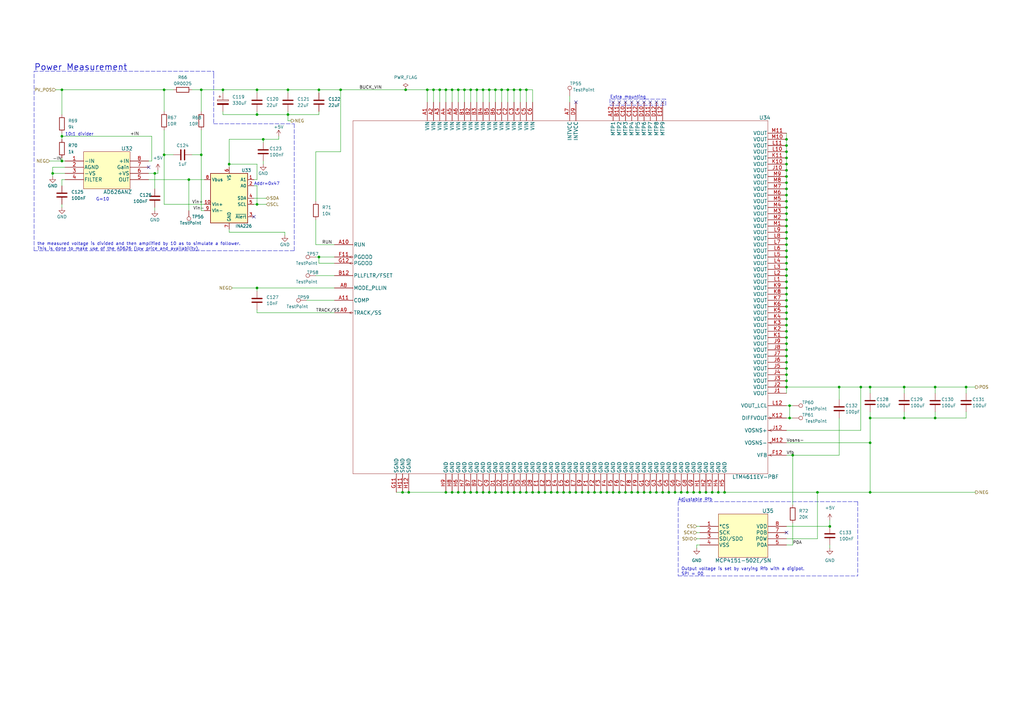
<source format=kicad_sch>
(kicad_sch (version 20211123) (generator eeschema)
  (paper "A3")
  (lib_symbols
    (symbol "AD626ANZ:AD626ANZ" (pin_names (offset 0.254))
      (property "Reference" "U?" (at 39.37 10.16 0))
      (property "Value" "AD626ANZ" (at 39.37 6.35 0))
      (symbol "AD626ANZ_1_1"
        (rectangle (start 29.21 3.81) (end 48.26 -11.43) (fill (type background)))
        (pin unspecified line (at 21.59 0 0) (length 7.62) (name "-IN") (number "1"))
        (pin unspecified line (at 21.59 -2.54 0) (length 7.62) (name "AGND") (number "2"))
        (pin power_in line (at 21.59 -5.08 0) (length 7.62) (name "-VS") (number "3"))
        (pin unspecified line (at 21.59 -7.62 0) (length 7.62) (name "FILTER") (number "4"))
        (pin unspecified line (at 55.88 -7.62 180) (length 7.62) (name "OUT") (number "5"))
        (pin power_in line (at 55.88 -5.08 180) (length 7.62) (name "+VS") (number "6"))
        (pin unspecified line (at 55.88 -2.54 180) (length 7.62) (name "Gain") (number "7"))
        (pin unspecified line (at 55.88 0 180) (length 7.62) (name "+IN") (number "8"))
      )
    )
    (symbol "Analog_ADC:INA226"
      (property "Reference" "U" (at -6.35 11.43 0))
      (property "Value" "INA226" (at 3.81 11.43 0))
      (symbol "INA226_0_1"
        (rectangle (start 7.62 10.16) (end -7.62 -10.16) (stroke (width 0.254)) (fill (type background)))
      )
      (symbol "INA226_1_1"
        (pin input line (at 10.16 7.62 180) (length 2.54) (name "A1") (number "1"))
        (pin input line (at -10.16 -2.54 0) (length 2.54) (name "Vin+") (number "10"))
        (pin input line (at 10.16 5.08 180) (length 2.54) (name "A0") (number "2"))
        (pin open_collector line (at 10.16 -7.62 180) (length 2.54) (name "~{Alert}") (number "3"))
        (pin bidirectional line (at 10.16 0 180) (length 2.54) (name "SDA") (number "4"))
        (pin input line (at 10.16 -2.54 180) (length 2.54) (name "SCL") (number "5"))
        (pin power_in line (at 0 12.7 270) (length 2.54) (name "VS") (number "6"))
        (pin power_in line (at 0 -12.7 90) (length 2.54) (name "GND") (number "7"))
        (pin input line (at -10.16 7.62 0) (length 2.54) (name "Vbus") (number "8"))
        (pin input line (at -10.16 -5.08 0) (length 2.54) (name "Vin-") (number "9"))
      )
    )
    (symbol "Connector:TestPoint" (pin_numbers hide) (pin_names (offset 0.762) hide)
      (property "Reference" "TP" (at 0 6.858 0))
      (property "Value" "TestPoint" (at 0 5.08 0))
      (symbol "TestPoint_0_1"
        (circle (center 0 3.302) (radius 0.762))
      )
      (symbol "TestPoint_1_1"
        (pin passive line (at 0 0 90) (length 2.54) (name "1") (number "1"))
      )
    )
    (symbol "Device:C" (pin_numbers hide) (pin_names (offset 0.254))
      (property "Reference" "C" (at 0.635 2.54 0))
      (property "Value" "C" (at 0.635 -2.54 0))
      (symbol "C_0_1"
        (polyline (pts (xy -2.032 -0.762) (xy 2.032 -0.762)) (stroke (width 0.508)))
        (polyline (pts (xy -2.032 0.762) (xy 2.032 0.762)) (stroke (width 0.508)))
      )
      (symbol "C_1_1"
        (pin passive line (at 0 3.81 270) (length 2.794) (name "~") (number "1"))
        (pin passive line (at 0 -3.81 90) (length 2.794) (name "~") (number "2"))
      )
    )
    (symbol "Device:C_Polarized" (pin_numbers hide) (pin_names (offset 0.254))
      (property "Reference" "C" (at 0.635 2.54 0))
      (property "Value" "C_Polarized" (at 0.635 -2.54 0))
      (symbol "C_Polarized_0_1"
        (rectangle (start -2.286 0.508) (end 2.286 1.016))
        (polyline (pts (xy -1.778 2.286) (xy -0.762 2.286)))
        (polyline (pts (xy -1.27 2.794) (xy -1.27 1.778)))
        (rectangle (start 2.286 -0.508) (end -2.286 -1.016) (fill (type outline)))
      )
      (symbol "C_Polarized_1_1"
        (pin passive line (at 0 3.81 270) (length 2.794) (name "~") (number "1"))
        (pin passive line (at 0 -3.81 90) (length 2.794) (name "~") (number "2"))
      )
    )
    (symbol "Device:R" (pin_numbers hide) (pin_names (offset 0))
      (property "Reference" "R" (at 2.032 0 90))
      (property "Value" "R" (at 0 0 90))
      (symbol "R_0_1"
        (rectangle (start -1.016 -2.54) (end 1.016 2.54) (stroke (width 0.254)))
      )
      (symbol "R_1_1"
        (pin passive line (at 0 3.81 270) (length 1.27) (name "~") (number "1"))
        (pin passive line (at 0 -3.81 90) (length 1.27) (name "~") (number "2"))
      )
    )
    (symbol "LTM4611EV:LTM4611EV-PBF" (pin_names (offset 0.254))
      (property "Reference" "U34" (at 176.53 52.07 0))
      (property "Value" "LTM4611EV-PBF" (at 172.72 -95.25 0))
      (symbol "LTM4611EV-PBF_1_1"
        (polyline (pts (xy 7.112 -28.448) (xy 6.0452 -27.94)) (stroke (width 0.127)))
        (polyline (pts (xy 7.112 -27.432) (xy 6.0452 -27.94)) (stroke (width 0.127)))
        (polyline (pts (xy 7.112 -8.128) (xy 6.0452 -7.62)) (stroke (width 0.127)))
        (polyline (pts (xy 7.112 -7.112) (xy 6.0452 -7.62)) (stroke (width 0.127)))
        (polyline (pts (xy 7.112 -5.588) (xy 6.0452 -5.08)) (stroke (width 0.127)))
        (polyline (pts (xy 7.112 -4.572) (xy 6.0452 -5.08)) (stroke (width 0.127)))
        (polyline (pts (xy 7.62 -93.98) (xy 177.8 -93.98)) (stroke (width 0.127)))
        (polyline (pts (xy 7.62 50.8) (xy 7.62 -93.98)) (stroke (width 0.127)))
        (polyline (pts (xy 177.8 -93.98) (xy 177.8 50.8)) (stroke (width 0.127)))
        (polyline (pts (xy 177.8 50.8) (xy 7.62 50.8)) (stroke (width 0.127)))
        (polyline (pts (xy 178.308 -86.36) (xy 179.3748 -86.868)) (stroke (width 0.127)))
        (polyline (pts (xy 178.308 -86.36) (xy 179.3748 -85.852)) (stroke (width 0.127)))
        (polyline (pts (xy 178.308 -81.28) (xy 179.3748 -81.788)) (stroke (width 0.127)))
        (polyline (pts (xy 178.308 -81.28) (xy 179.3748 -80.772)) (stroke (width 0.127)))
        (polyline (pts (xy 178.308 -76.2) (xy 179.3748 -76.708)) (stroke (width 0.127)))
        (polyline (pts (xy 178.308 -76.2) (xy 179.3748 -75.692)) (stroke (width 0.127)))
        (polyline (pts (xy 178.308 -71.628) (xy 179.3748 -71.12)) (stroke (width 0.127)))
        (polyline (pts (xy 178.308 -70.612) (xy 179.3748 -71.12)) (stroke (width 0.127)))
        (pin power_in line (at 38.1 58.42 270) (length 7.62) (name "VIN") (number "A1"))
        (pin unspecified line (at 0 0 0) (length 7.62) (name "RUN") (number "A10"))
        (pin unspecified line (at 0 -22.86 0) (length 7.62) (name "COMP") (number "A11"))
        (pin unspecified line (at 114.3 58.42 270) (length 7.62) (name "MTP1") (number "A12"))
        (pin power_in line (at 40.64 58.42 270) (length 7.62) (name "VIN") (number "A2"))
        (pin power_in line (at 43.18 58.42 270) (length 7.62) (name "VIN") (number "A3"))
        (pin power_in line (at 45.72 58.42 270) (length 7.62) (name "VIN") (number "A4"))
        (pin power_in line (at 48.26 58.42 270) (length 7.62) (name "VIN") (number "A5"))
        (pin power_in line (at 50.8 58.42 270) (length 7.62) (name "VIN") (number "A6"))
        (pin passive line (at 96.52 58.42 270) (length 7.62) (name "INTVCC") (number "A7"))
        (pin unspecified line (at 0 -17.78 0) (length 7.62) (name "MODE_PLLIN") (number "A8"))
        (pin output line (at 0 -27.94 0) (length 7.62) (name "TRACK/SS") (number "A9"))
        (pin power_in line (at 53.34 58.42 270) (length 7.62) (name "VIN") (number "B1"))
        (pin unspecified line (at 116.84 58.42 270) (length 7.62) (name "MTP2") (number "B11"))
        (pin unspecified line (at 0 -12.7 0) (length 7.62) (name "PLLFLTR/FSET") (number "B12"))
        (pin power_in line (at 55.88 58.42 270) (length 7.62) (name "VIN") (number "B2"))
        (pin power_in line (at 58.42 58.42 270) (length 7.62) (name "VIN") (number "B3"))
        (pin power_in line (at 60.96 58.42 270) (length 7.62) (name "VIN") (number "B4"))
        (pin power_in line (at 63.5 58.42 270) (length 7.62) (name "VIN") (number "B5"))
        (pin power_in line (at 66.04 58.42 270) (length 7.62) (name "VIN") (number "B6"))
        (pin power_in line (at 55.88 -101.6 90) (length 7.62) (name "GND") (number "B7"))
        (pin power_in line (at 58.42 -101.6 90) (length 7.62) (name "GND") (number "B9"))
        (pin power_in line (at 68.58 58.42 270) (length 7.62) (name "VIN") (number "C1"))
        (pin unspecified line (at 119.38 58.42 270) (length 7.62) (name "MTP3") (number "C10"))
        (pin unspecified line (at 121.92 58.42 270) (length 7.62) (name "MTP4") (number "C11"))
        (pin unspecified line (at 124.46 58.42 270) (length 7.62) (name "MTP5") (number "C12"))
        (pin power_in line (at 71.12 58.42 270) (length 7.62) (name "VIN") (number "C2"))
        (pin power_in line (at 73.66 58.42 270) (length 7.62) (name "VIN") (number "C3"))
        (pin power_in line (at 76.2 58.42 270) (length 7.62) (name "VIN") (number "C4"))
        (pin power_in line (at 78.74 58.42 270) (length 7.62) (name "VIN") (number "C5"))
        (pin power_in line (at 81.28 58.42 270) (length 7.62) (name "VIN") (number "C6"))
        (pin power_in line (at 60.96 -101.6 90) (length 7.62) (name "GND") (number "C7"))
        (pin power_in line (at 63.5 -101.6 90) (length 7.62) (name "GND") (number "C9"))
        (pin power_in line (at 66.04 -101.6 90) (length 7.62) (name "GND") (number "D1"))
        (pin unspecified line (at 127 58.42 270) (length 7.62) (name "MTP6") (number "D10"))
        (pin unspecified line (at 129.54 58.42 270) (length 7.62) (name "MTP7") (number "D11"))
        (pin unspecified line (at 132.08 58.42 270) (length 7.62) (name "MTP8") (number "D12"))
        (pin power_in line (at 68.58 -101.6 90) (length 7.62) (name "GND") (number "D2"))
        (pin power_in line (at 71.12 -101.6 90) (length 7.62) (name "GND") (number "D3"))
        (pin power_in line (at 73.66 -101.6 90) (length 7.62) (name "GND") (number "D4"))
        (pin power_in line (at 76.2 -101.6 90) (length 7.62) (name "GND") (number "D5"))
        (pin power_in line (at 78.74 -101.6 90) (length 7.62) (name "GND") (number "D6"))
        (pin power_in line (at 81.28 -101.6 90) (length 7.62) (name "GND") (number "D8"))
        (pin passive line (at 99.06 58.42 270) (length 7.62) (name "INTVCC") (number "D9"))
        (pin power_in line (at 83.82 -101.6 90) (length 7.62) (name "GND") (number "E1"))
        (pin unspecified line (at 134.62 58.42 270) (length 7.62) (name "MTP9") (number "E12"))
        (pin power_in line (at 86.36 -101.6 90) (length 7.62) (name "GND") (number "E2"))
        (pin power_in line (at 88.9 -101.6 90) (length 7.62) (name "GND") (number "E3"))
        (pin power_in line (at 91.44 -101.6 90) (length 7.62) (name "GND") (number "E4"))
        (pin power_in line (at 93.98 -101.6 90) (length 7.62) (name "GND") (number "E5"))
        (pin power_in line (at 96.52 -101.6 90) (length 7.62) (name "GND") (number "E6"))
        (pin power_in line (at 99.06 -101.6 90) (length 7.62) (name "GND") (number "E7"))
        (pin power_in line (at 101.6 -101.6 90) (length 7.62) (name "GND") (number "E9"))
        (pin power_in line (at 104.14 -101.6 90) (length 7.62) (name "GND") (number "F1"))
        (pin passive line (at 0 -5.08 0) (length 7.62) (name "PGOOD") (number "F11"))
        (pin input line (at 185.42 -86.36 180) (length 7.62) (name "VFB") (number "F12"))
        (pin power_in line (at 106.68 -101.6 90) (length 7.62) (name "GND") (number "F2"))
        (pin power_in line (at 109.22 -101.6 90) (length 7.62) (name "GND") (number "F3"))
        (pin power_in line (at 111.76 -101.6 90) (length 7.62) (name "GND") (number "F4"))
        (pin power_in line (at 114.3 -101.6 90) (length 7.62) (name "GND") (number "F5"))
        (pin power_in line (at 116.84 -101.6 90) (length 7.62) (name "GND") (number "F6"))
        (pin power_in line (at 119.38 -101.6 90) (length 7.62) (name "GND") (number "F7"))
        (pin power_in line (at 121.92 -101.6 90) (length 7.62) (name "GND") (number "F8"))
        (pin power_in line (at 124.46 -101.6 90) (length 7.62) (name "GND") (number "F9"))
        (pin power_in line (at 127 -101.6 90) (length 7.62) (name "GND") (number "G1"))
        (pin power_in line (at 25.4 -101.6 90) (length 7.62) (name "SGND") (number "G11"))
        (pin passive line (at 0 -7.62 0) (length 7.62) (name "PGOOD") (number "G12"))
        (pin power_in line (at 129.54 -101.6 90) (length 7.62) (name "GND") (number "G2"))
        (pin power_in line (at 132.08 -101.6 90) (length 7.62) (name "GND") (number "G3"))
        (pin power_in line (at 134.62 -101.6 90) (length 7.62) (name "GND") (number "G4"))
        (pin power_in line (at 137.16 -101.6 90) (length 7.62) (name "GND") (number "G5"))
        (pin power_in line (at 139.7 -101.6 90) (length 7.62) (name "GND") (number "G6"))
        (pin power_in line (at 142.24 -101.6 90) (length 7.62) (name "GND") (number "G7"))
        (pin power_in line (at 144.78 -101.6 90) (length 7.62) (name "GND") (number "G8"))
        (pin power_in line (at 147.32 -101.6 90) (length 7.62) (name "GND") (number "G9"))
        (pin power_in line (at 149.86 -101.6 90) (length 7.62) (name "GND") (number "H1"))
        (pin power_in line (at 27.94 -101.6 90) (length 7.62) (name "SGND") (number "H11"))
        (pin power_in line (at 30.48 -101.6 90) (length 7.62) (name "SGND") (number "H12"))
        (pin power_in line (at 152.4 -101.6 90) (length 7.62) (name "GND") (number "H2"))
        (pin power_in line (at 154.94 -101.6 90) (length 7.62) (name "GND") (number "H3"))
        (pin power_in line (at 157.48 -101.6 90) (length 7.62) (name "GND") (number "H4"))
        (pin power_in line (at 160.02 -101.6 90) (length 7.62) (name "GND") (number "H5"))
        (pin power_in line (at 50.8 -101.6 90) (length 7.62) (name "GND") (number "H6"))
        (pin power_in line (at 53.34 -101.6 90) (length 7.62) (name "GND") (number "H7"))
        (pin power_in line (at 48.26 -101.6 90) (length 7.62) (name "GND") (number "H8"))
        (pin power_in line (at 45.72 -101.6 90) (length 7.62) (name "GND") (number "H9"))
        (pin power_in line (at 185.42 -60.96 180) (length 7.62) (name "VOUT") (number "J1"))
        (pin power_in line (at 185.42 30.48 180) (length 7.62) (name "VOUT") (number "J10"))
        (pin input line (at 185.42 -76.2 180) (length 7.62) (name "VOSNS+") (number "J12"))
        (pin power_in line (at 185.42 -58.42 180) (length 7.62) (name "VOUT") (number "J2"))
        (pin power_in line (at 185.42 -55.88 180) (length 7.62) (name "VOUT") (number "J3"))
        (pin power_in line (at 185.42 -53.34 180) (length 7.62) (name "VOUT") (number "J4"))
        (pin power_in line (at 185.42 -50.8 180) (length 7.62) (name "VOUT") (number "J5"))
        (pin power_in line (at 185.42 -48.26 180) (length 7.62) (name "VOUT") (number "J6"))
        (pin power_in line (at 185.42 -45.72 180) (length 7.62) (name "VOUT") (number "J7"))
        (pin power_in line (at 185.42 -43.18 180) (length 7.62) (name "VOUT") (number "J8"))
        (pin power_in line (at 185.42 -40.64 180) (length 7.62) (name "VOUT") (number "J9"))
        (pin power_in line (at 185.42 -38.1 180) (length 7.62) (name "VOUT") (number "K1"))
        (pin power_in line (at 185.42 33.02 180) (length 7.62) (name "VOUT") (number "K10"))
        (pin power_in line (at 185.42 35.56 180) (length 7.62) (name "VOUT") (number "K11"))
        (pin output line (at 185.42 -71.12 180) (length 7.62) (name "DIFFVOUT") (number "K12"))
        (pin power_in line (at 185.42 -35.56 180) (length 7.62) (name "VOUT") (number "K2"))
        (pin power_in line (at 185.42 -33.02 180) (length 7.62) (name "VOUT") (number "K3"))
        (pin power_in line (at 185.42 -30.48 180) (length 7.62) (name "VOUT") (number "K4"))
        (pin power_in line (at 185.42 -27.94 180) (length 7.62) (name "VOUT") (number "K5"))
        (pin power_in line (at 185.42 -25.4 180) (length 7.62) (name "VOUT") (number "K6"))
        (pin power_in line (at 185.42 -22.86 180) (length 7.62) (name "VOUT") (number "K7"))
        (pin power_in line (at 185.42 -20.32 180) (length 7.62) (name "VOUT") (number "K8"))
        (pin power_in line (at 185.42 -17.78 180) (length 7.62) (name "VOUT") (number "K9"))
        (pin power_in line (at 185.42 -15.24 180) (length 7.62) (name "VOUT") (number "L1"))
        (pin power_in line (at 185.42 38.1 180) (length 7.62) (name "VOUT") (number "L10"))
        (pin power_in line (at 185.42 40.64 180) (length 7.62) (name "VOUT") (number "L11"))
        (pin input line (at 185.42 -66.04 180) (length 7.62) (name "VOUT_LCL") (number "L12"))
        (pin power_in line (at 185.42 -12.7 180) (length 7.62) (name "VOUT") (number "L2"))
        (pin power_in line (at 185.42 -10.16 180) (length 7.62) (name "VOUT") (number "L3"))
        (pin power_in line (at 185.42 -7.62 180) (length 7.62) (name "VOUT") (number "L4"))
        (pin power_in line (at 185.42 -5.08 180) (length 7.62) (name "VOUT") (number "L5"))
        (pin power_in line (at 185.42 -2.54 180) (length 7.62) (name "VOUT") (number "L6"))
        (pin power_in line (at 185.42 0 180) (length 7.62) (name "VOUT") (number "L7"))
        (pin power_in line (at 185.42 2.54 180) (length 7.62) (name "VOUT") (number "L8"))
        (pin power_in line (at 185.42 5.08 180) (length 7.62) (name "VOUT") (number "L9"))
        (pin power_in line (at 185.42 7.62 180) (length 7.62) (name "VOUT") (number "M1"))
        (pin power_in line (at 185.42 43.18 180) (length 7.62) (name "VOUT") (number "M10"))
        (pin power_in line (at 185.42 45.72 180) (length 7.62) (name "VOUT") (number "M11"))
        (pin input line (at 185.42 -81.28 180) (length 7.62) (name "VOSNS-") (number "M12"))
        (pin power_in line (at 185.42 10.16 180) (length 7.62) (name "VOUT") (number "M2"))
        (pin power_in line (at 185.42 12.7 180) (length 7.62) (name "VOUT") (number "M3"))
        (pin power_in line (at 185.42 15.24 180) (length 7.62) (name "VOUT") (number "M4"))
        (pin power_in line (at 185.42 17.78 180) (length 7.62) (name "VOUT") (number "M5"))
        (pin power_in line (at 185.42 20.32 180) (length 7.62) (name "VOUT") (number "M6"))
        (pin power_in line (at 185.42 22.86 180) (length 7.62) (name "VOUT") (number "M7"))
        (pin power_in line (at 185.42 25.4 180) (length 7.62) (name "VOUT") (number "M8"))
        (pin power_in line (at 185.42 27.94 180) (length 7.62) (name "VOUT") (number "M9"))
      )
    )
    (symbol "MCP4151:MCP4151-502E{slash}SN" (pin_names (offset 0.254))
      (property "Reference" "U7" (at 58.42 6.35 0))
      (property "Value" "MCP4151-502E/SN" (at 48.26 -13.97 0))
      (symbol "MCP4151-502E{slash}SN_0_1"
        (rectangle (start 38.1 5.08) (end 58.42 -12.7) (fill (type background)))
      )
      (symbol "MCP4151-502E{slash}SN_1_1"
        (pin input line (at 30.48 0 0) (length 7.62) (name "*CS") (number "1"))
        (pin input line (at 30.48 -2.54 0) (length 7.62) (name "SCK") (number "2"))
        (pin bidirectional line (at 30.48 -5.08 0) (length 7.62) (name "SDI/SDO") (number "3"))
        (pin power_in line (at 30.48 -7.62 0) (length 7.62) (name "VSS") (number "4"))
        (pin passive line (at 66.04 -7.62 180) (length 7.62) (name "P0A") (number "5"))
        (pin passive line (at 66.04 -5.08 180) (length 7.62) (name "P0W") (number "6"))
        (pin passive line (at 66.04 -2.54 180) (length 7.62) (name "P0B") (number "7"))
        (pin power_in line (at 66.04 0 180) (length 7.62) (name "VDD") (number "8"))
      )
    )
    (symbol "power:+5V" (power) (pin_names (offset 0))
      (property "Value" "+5V" (at 0 3.556 0))
      (symbol "+5V_0_1"
        (polyline (pts (xy -0.762 1.27) (xy 0 2.54)))
        (polyline (pts (xy 0 0) (xy 0 2.54)))
        (polyline (pts (xy 0 2.54) (xy 0.762 1.27)))
      )
      (symbol "+5V_1_1"
        (pin power_in line (at 0 0 90) (length 0) hide (name "+5V") (number "1"))
      )
    )
    (symbol "power:GND" (power) (pin_names (offset 0))
      (property "Value" "GND" (at 0 -3.81 0))
      (symbol "GND_0_1"
        (polyline (pts (xy 0 0) (xy 0 -1.27) (xy 1.27 -1.27) (xy 0 -2.54) (xy -1.27 -1.27) (xy 0 -1.27)))
      )
      (symbol "GND_1_1"
        (pin power_in line (at 0 0 270) (length 0) hide (name "GND") (number "1"))
      )
    )
    (symbol "power:PWR_FLAG" (power) (pin_numbers hide) (pin_names (offset 0) hide)
      (property "Value" "PWR_FLAG" (at 0 3.81 0))
      (symbol "PWR_FLAG_0_0"
        (pin power_out line (at 0 0 90) (length 0) (name "pwr") (number "1"))
      )
      (symbol "PWR_FLAG_0_1"
        (polyline (pts (xy 0 0) (xy 0 1.27) (xy -1.016 1.905) (xy 0 2.54) (xy 1.016 1.905) (xy 0 1.27)))
      )
    )
  )
  (junction (at 274.32 201.93))
  (junction (at 322.58 118.11))
  (junction (at 93.98 67.31))
  (junction (at 198.12 36.83))
  (junction (at 205.74 201.93))
  (junction (at 105.41 83.82))
  (junction (at 180.34 36.83))
  (junction (at 322.58 140.97))
  (junction (at 228.6 201.93))
  (junction (at 107.95 57.15))
  (junction (at 223.52 201.93))
  (junction (at 256.54 201.93))
  (junction (at 322.58 133.35))
  (junction (at 322.58 115.57))
  (junction (at 220.98 201.93))
  (junction (at 322.58 85.09))
  (junction (at 322.58 156.21))
  (junction (at 269.24 201.93))
  (junction (at 248.92 201.93))
  (junction (at 297.18 201.93))
  (junction (at 177.8 36.83))
  (junction (at 322.58 158.75))
  (junction (at 356.87 171.45))
  (junction (at 200.66 36.83))
  (junction (at 322.58 62.23))
  (junction (at 279.4 201.93))
  (junction (at 187.96 201.93))
  (junction (at 190.5 36.83))
  (junction (at 325.12 186.69))
  (junction (at 322.58 90.17))
  (junction (at 193.04 201.93))
  (junction (at 185.42 36.83))
  (junction (at 261.62 201.93))
  (junction (at 322.58 82.55))
  (junction (at 322.58 92.71))
  (junction (at 25.4 36.83))
  (junction (at 246.38 201.93))
  (junction (at 130.81 105.41))
  (junction (at 210.82 36.83))
  (junction (at 383.54 158.75))
  (junction (at 322.58 153.67))
  (junction (at 322.58 120.65))
  (junction (at 266.7 201.93))
  (junction (at 322.58 138.43))
  (junction (at 105.41 46.99))
  (junction (at 195.58 36.83))
  (junction (at 175.26 36.83))
  (junction (at 203.2 201.93))
  (junction (at 67.31 36.83))
  (junction (at 182.88 36.83))
  (junction (at 215.9 201.93))
  (junction (at 322.58 130.81))
  (junction (at 193.04 36.83))
  (junction (at 284.48 201.93))
  (junction (at 203.2 36.83))
  (junction (at 287.02 201.93))
  (junction (at 322.58 105.41))
  (junction (at 322.58 80.01))
  (junction (at 322.58 72.39))
  (junction (at 281.94 201.93))
  (junction (at 292.1 201.93))
  (junction (at 254 201.93))
  (junction (at 322.58 74.93))
  (junction (at 276.86 201.93))
  (junction (at 105.41 118.11))
  (junction (at 82.55 63.5))
  (junction (at 198.12 201.93))
  (junction (at 205.74 36.83))
  (junction (at 243.84 201.93))
  (junction (at 322.58 151.13))
  (junction (at 67.31 63.5))
  (junction (at 322.58 110.49))
  (junction (at 185.42 201.93))
  (junction (at 166.37 36.83))
  (junction (at 210.82 201.93))
  (junction (at 322.58 97.79))
  (junction (at 322.58 64.77))
  (junction (at 383.54 171.45))
  (junction (at 82.55 36.83))
  (junction (at 139.7 36.83))
  (junction (at 165.1 201.93))
  (junction (at 190.5 201.93))
  (junction (at 271.78 201.93))
  (junction (at 335.28 201.93))
  (junction (at 322.58 57.15))
  (junction (at 118.11 36.83))
  (junction (at 322.58 100.33))
  (junction (at 105.41 36.83))
  (junction (at 322.58 69.85))
  (junction (at 344.17 158.75))
  (junction (at 187.96 36.83))
  (junction (at 251.46 201.93))
  (junction (at 213.36 201.93))
  (junction (at 370.84 171.45))
  (junction (at 167.64 201.93))
  (junction (at 396.24 158.75))
  (junction (at 356.87 181.61))
  (junction (at 323.85 171.45))
  (junction (at 200.66 201.93))
  (junction (at 91.44 36.83))
  (junction (at 25.4 66.04))
  (junction (at 322.58 59.69))
  (junction (at 215.9 36.83))
  (junction (at 353.06 158.75))
  (junction (at 356.87 201.93))
  (junction (at 289.56 201.93))
  (junction (at 370.84 158.75))
  (junction (at 208.28 201.93))
  (junction (at 322.58 67.31))
  (junction (at 231.14 201.93))
  (junction (at 322.58 125.73))
  (junction (at 322.58 123.19))
  (junction (at 233.68 201.93))
  (junction (at 322.58 128.27))
  (junction (at 322.58 146.05))
  (junction (at 63.5 71.12))
  (junction (at 241.3 201.93))
  (junction (at 238.76 201.93))
  (junction (at 218.44 201.93))
  (junction (at 322.58 107.95))
  (junction (at 118.11 46.99))
  (junction (at 213.36 36.83))
  (junction (at 236.22 201.93))
  (junction (at 322.58 102.87))
  (junction (at 77.47 73.66))
  (junction (at 21.59 71.12))
  (junction (at 322.58 87.63))
  (junction (at 264.16 201.93))
  (junction (at 322.58 77.47))
  (junction (at 294.64 201.93))
  (junction (at 195.58 201.93))
  (junction (at 322.58 113.03))
  (junction (at 259.08 201.93))
  (junction (at 356.87 158.75))
  (junction (at 182.88 201.93))
  (junction (at 226.06 201.93))
  (junction (at 340.36 215.9))
  (junction (at 323.85 166.37))
  (junction (at 130.81 36.83))
  (junction (at 208.28 36.83))
  (junction (at 322.58 143.51))
  (junction (at 322.58 135.89))
  (junction (at 322.58 95.25))
  (junction (at 25.4 55.88))
  (junction (at 322.58 148.59))
  (no_connect (at 251.46 41.91))
  (no_connect (at 259.08 41.91))
  (no_connect (at 266.7 41.91))
  (no_connect (at 236.22 41.91))
  (no_connect (at 261.62 41.91))
  (no_connect (at 254 41.91))
  (no_connect (at 269.24 41.91))
  (no_connect (at 271.78 41.91))
  (no_connect (at 60.96 68.58))
  (no_connect (at 256.54 41.91))
  (no_connect (at 322.58 218.44))
  (no_connect (at 104.14 88.9))
  (no_connect (at 264.16 41.91))
  (wire (pts (xy 322.58 146.05) (xy 322.58 148.59)))
  (wire (pts (xy 104.14 81.28) (xy 109.22 81.28)))
  (wire (pts (xy 25.4 55.88) (xy 62.23 55.88)))
  (wire (pts (xy 118.11 45.72) (xy 118.11 46.99)))
  (wire (pts (xy 322.58 92.71) (xy 322.58 90.17)))
  (wire (pts (xy 105.41 76.2) (xy 105.41 83.82)))
  (wire (pts (xy 210.82 36.83) (xy 213.36 36.83)))
  (wire (pts (xy 322.58 166.37) (xy 323.85 166.37)))
  (wire (pts (xy 187.96 36.83) (xy 187.96 41.91)))
  (wire (pts (xy 322.58 80.01) (xy 322.58 82.55)))
  (wire (pts (xy 322.58 105.41) (xy 322.58 107.95)))
  (wire (pts (xy 264.16 201.93) (xy 266.7 201.93)))
  (wire (pts (xy 182.88 36.83) (xy 182.88 41.91)))
  (wire (pts (xy 208.28 36.83) (xy 208.28 41.91)))
  (wire (pts (xy 289.56 201.93) (xy 292.1 201.93)))
  (wire (pts (xy 139.7 36.83) (xy 166.37 36.83)))
  (wire (pts (xy 356.87 181.61) (xy 356.87 201.93)))
  (wire (pts (xy 322.58 128.27) (xy 322.58 130.81)))
  (wire (pts (xy 370.84 158.75) (xy 370.84 161.29)))
  (wire (pts (xy 228.6 201.93) (xy 231.14 201.93)))
  (wire (pts (xy 137.16 107.95) (xy 130.81 107.95)))
  (wire (pts (xy 396.24 168.91) (xy 396.24 171.45)))
  (wire (pts (xy 284.48 201.93) (xy 281.94 201.93)))
  (wire (pts (xy 322.58 85.09) (xy 322.58 87.63)))
  (wire (pts (xy 322.58 138.43) (xy 322.58 140.97)))
  (wire (pts (xy 180.34 36.83) (xy 182.88 36.83)))
  (wire (pts (xy 167.64 201.93) (xy 182.88 201.93)))
  (wire (pts (xy 82.55 86.36) (xy 83.82 86.36)))
  (wire (pts (xy 105.41 128.27) (xy 105.41 127)))
  (wire (pts (xy 125.73 123.19) (xy 137.16 123.19)))
  (wire (pts (xy 325.12 186.69) (xy 325.12 207.01)))
  (wire (pts (xy 292.1 201.93) (xy 294.64 201.93)))
  (wire (pts (xy 107.95 66.04) (xy 107.95 67.31)))
  (wire (pts (xy 271.78 201.93) (xy 269.24 201.93)))
  (polyline (pts (xy 87.63 50.8) (xy 120.65 50.8)))
  (wire (pts (xy 322.58 215.9) (xy 340.36 215.9)))
  (wire (pts (xy 78.74 63.5) (xy 82.55 63.5)))
  (wire (pts (xy 287.02 201.93) (xy 284.48 201.93)))
  (wire (pts (xy 353.06 176.53) (xy 353.06 158.75)))
  (wire (pts (xy 205.74 201.93) (xy 208.28 201.93)))
  (wire (pts (xy 93.98 95.25) (xy 93.98 93.98)))
  (wire (pts (xy 233.68 201.93) (xy 236.22 201.93)))
  (wire (pts (xy 105.41 118.11) (xy 137.16 118.11)))
  (wire (pts (xy 344.17 171.45) (xy 344.17 186.69)))
  (wire (pts (xy 185.42 36.83) (xy 187.96 36.83)))
  (wire (pts (xy 21.59 68.58) (xy 21.59 71.12)))
  (wire (pts (xy 105.41 73.66) (xy 105.41 67.31)))
  (wire (pts (xy 322.58 151.13) (xy 322.58 153.67)))
  (wire (pts (xy 78.74 36.83) (xy 82.55 36.83)))
  (wire (pts (xy 396.24 158.75) (xy 396.24 161.29)))
  (wire (pts (xy 129.54 90.17) (xy 129.54 100.33)))
  (polyline (pts (xy 120.65 50.8) (xy 120.65 102.87)))
  (wire (pts (xy 322.58 95.25) (xy 322.58 97.79)))
  (wire (pts (xy 105.41 45.72) (xy 105.41 46.99)))
  (wire (pts (xy 118.11 49.53) (xy 119.38 49.53)))
  (wire (pts (xy 82.55 36.83) (xy 91.44 36.83)))
  (wire (pts (xy 266.7 201.93) (xy 269.24 201.93)))
  (polyline (pts (xy 250.19 43.18) (xy 273.05 43.18)))
  (wire (pts (xy 256.54 201.93) (xy 259.08 201.93)))
  (wire (pts (xy 107.95 57.15) (xy 114.3 57.15)))
  (wire (pts (xy 248.92 201.93) (xy 251.46 201.93)))
  (wire (pts (xy 105.41 36.83) (xy 118.11 36.83)))
  (wire (pts (xy 210.82 201.93) (xy 213.36 201.93)))
  (wire (pts (xy 322.58 100.33) (xy 322.58 97.79)))
  (wire (pts (xy 218.44 36.83) (xy 218.44 41.91)))
  (wire (pts (xy 190.5 201.93) (xy 187.96 201.93)))
  (wire (pts (xy 370.84 171.45) (xy 383.54 171.45)))
  (wire (pts (xy 213.36 36.83) (xy 215.9 36.83)))
  (wire (pts (xy 335.28 201.93) (xy 356.87 201.93)))
  (wire (pts (xy 261.62 201.93) (xy 264.16 201.93)))
  (wire (pts (xy 21.59 71.12) (xy 26.67 71.12)))
  (wire (pts (xy 167.64 201.93) (xy 165.1 201.93)))
  (wire (pts (xy 323.85 166.37) (xy 325.12 166.37)))
  (polyline (pts (xy 273.05 40.64) (xy 250.19 40.64)))
  (wire (pts (xy 208.28 36.83) (xy 210.82 36.83)))
  (wire (pts (xy 195.58 36.83) (xy 198.12 36.83)))
  (wire (pts (xy 198.12 36.83) (xy 198.12 41.91)))
  (wire (pts (xy 322.58 120.65) (xy 322.58 123.19)))
  (wire (pts (xy 383.54 168.91) (xy 383.54 171.45)))
  (wire (pts (xy 340.36 223.52) (xy 340.36 224.79)))
  (wire (pts (xy 236.22 201.93) (xy 238.76 201.93)))
  (wire (pts (xy 226.06 201.93) (xy 228.6 201.93)))
  (wire (pts (xy 130.81 36.83) (xy 130.81 38.1)))
  (wire (pts (xy 105.41 67.31) (xy 93.98 67.31)))
  (wire (pts (xy 285.75 223.52) (xy 287.02 223.52)))
  (wire (pts (xy 93.98 95.25) (xy 116.84 95.25)))
  (wire (pts (xy 322.58 82.55) (xy 322.58 85.09)))
  (wire (pts (xy 137.16 100.33) (xy 129.54 100.33)))
  (wire (pts (xy 105.41 83.82) (xy 109.22 83.82)))
  (wire (pts (xy 370.84 158.75) (xy 383.54 158.75)))
  (wire (pts (xy 322.58 77.47) (xy 322.58 74.93)))
  (wire (pts (xy 118.11 46.99) (xy 130.81 46.99)))
  (wire (pts (xy 25.4 36.83) (xy 25.4 46.99)))
  (wire (pts (xy 203.2 201.93) (xy 205.74 201.93)))
  (wire (pts (xy 241.3 201.93) (xy 243.84 201.93)))
  (wire (pts (xy 285.75 218.44) (xy 287.02 218.44)))
  (wire (pts (xy 25.4 54.61) (xy 25.4 55.88)))
  (wire (pts (xy 107.95 58.42) (xy 107.95 57.15)))
  (polyline (pts (xy 351.79 205.74) (xy 351.79 236.22)))
  (wire (pts (xy 63.5 71.12) (xy 63.5 77.47)))
  (wire (pts (xy 285.75 224.79) (xy 285.75 223.52)))
  (wire (pts (xy 203.2 36.83) (xy 203.2 41.91)))
  (wire (pts (xy 130.81 45.72) (xy 130.81 46.99)))
  (wire (pts (xy 185.42 36.83) (xy 185.42 41.91)))
  (wire (pts (xy 356.87 201.93) (xy 400.05 201.93)))
  (wire (pts (xy 356.87 168.91) (xy 356.87 171.45)))
  (wire (pts (xy 25.4 83.82) (xy 25.4 85.09)))
  (wire (pts (xy 77.47 73.66) (xy 77.47 86.36)))
  (wire (pts (xy 67.31 83.82) (xy 67.31 63.5)))
  (wire (pts (xy 233.68 41.91) (xy 233.68 39.37)))
  (wire (pts (xy 213.36 201.93) (xy 215.9 201.93)))
  (wire (pts (xy 198.12 36.83) (xy 200.66 36.83)))
  (wire (pts (xy 233.68 201.93) (xy 231.14 201.93)))
  (wire (pts (xy 177.8 36.83) (xy 180.34 36.83)))
  (wire (pts (xy 118.11 36.83) (xy 130.81 36.83)))
  (wire (pts (xy 182.88 36.83) (xy 185.42 36.83)))
  (wire (pts (xy 322.58 72.39) (xy 322.58 69.85)))
  (polyline (pts (xy 120.65 102.87) (xy 13.97 102.87)))
  (wire (pts (xy 223.52 201.93) (xy 226.06 201.93)))
  (wire (pts (xy 322.58 176.53) (xy 353.06 176.53)))
  (wire (pts (xy 105.41 46.99) (xy 118.11 46.99)))
  (wire (pts (xy 180.34 36.83) (xy 180.34 41.91)))
  (wire (pts (xy 130.81 105.41) (xy 129.54 105.41)))
  (wire (pts (xy 21.59 68.58) (xy 26.67 68.58)))
  (wire (pts (xy 107.95 57.15) (xy 93.98 57.15)))
  (wire (pts (xy 322.58 140.97) (xy 322.58 143.51)))
  (wire (pts (xy 91.44 36.83) (xy 91.44 38.1)))
  (wire (pts (xy 129.54 62.23) (xy 139.7 62.23)))
  (wire (pts (xy 322.58 113.03) (xy 322.58 115.57)))
  (wire (pts (xy 193.04 36.83) (xy 195.58 36.83)))
  (wire (pts (xy 322.58 107.95) (xy 322.58 110.49)))
  (wire (pts (xy 215.9 36.83) (xy 218.44 36.83)))
  (polyline (pts (xy 278.13 236.22) (xy 351.79 236.22)))
  (wire (pts (xy 25.4 64.77) (xy 25.4 66.04)))
  (wire (pts (xy 254 201.93) (xy 256.54 201.93)))
  (polyline (pts (xy 87.63 29.21) (xy 87.63 30.48)))
  (wire (pts (xy 251.46 201.93) (xy 254 201.93)))
  (wire (pts (xy 129.54 113.03) (xy 137.16 113.03)))
  (wire (pts (xy 118.11 46.99) (xy 118.11 49.53)))
  (wire (pts (xy 356.87 171.45) (xy 370.84 171.45)))
  (wire (pts (xy 323.85 166.37) (xy 323.85 171.45)))
  (wire (pts (xy 297.18 201.93) (xy 335.28 201.93)))
  (wire (pts (xy 297.18 201.93) (xy 294.64 201.93)))
  (wire (pts (xy 130.81 105.41) (xy 137.16 105.41)))
  (wire (pts (xy 185.42 201.93) (xy 187.96 201.93)))
  (wire (pts (xy 62.23 55.88) (xy 62.23 66.04)))
  (wire (pts (xy 322.58 133.35) (xy 322.58 135.89)))
  (wire (pts (xy 322.58 87.63) (xy 322.58 90.17)))
  (wire (pts (xy 198.12 201.93) (xy 200.66 201.93)))
  (wire (pts (xy 64.77 69.85) (xy 64.77 71.12)))
  (wire (pts (xy 322.58 64.77) (xy 322.58 67.31)))
  (wire (pts (xy 259.08 201.93) (xy 261.62 201.93)))
  (wire (pts (xy 322.58 118.11) (xy 322.58 120.65)))
  (wire (pts (xy 129.54 82.55) (xy 129.54 62.23)))
  (wire (pts (xy 325.12 171.45) (xy 323.85 171.45)))
  (polyline (pts (xy 13.97 102.87) (xy 13.97 29.21)))
  (wire (pts (xy 205.74 36.83) (xy 205.74 41.91)))
  (wire (pts (xy 287.02 201.93) (xy 289.56 201.93)))
  (wire (pts (xy 370.84 168.91) (xy 370.84 171.45)))
  (wire (pts (xy 177.8 36.83) (xy 177.8 41.91)))
  (wire (pts (xy 344.17 158.75) (xy 344.17 163.83)))
  (wire (pts (xy 60.96 71.12) (xy 63.5 71.12)))
  (wire (pts (xy 77.47 73.66) (xy 83.82 73.66)))
  (polyline (pts (xy 278.13 205.74) (xy 278.13 236.22)))
  (wire (pts (xy 344.17 158.75) (xy 353.06 158.75)))
  (wire (pts (xy 175.26 36.83) (xy 177.8 36.83)))
  (polyline (pts (xy 351.79 205.74) (xy 278.13 205.74)))
  (wire (pts (xy 166.37 36.83) (xy 175.26 36.83)))
  (wire (pts (xy 67.31 63.5) (xy 67.31 53.34)))
  (wire (pts (xy 193.04 201.93) (xy 195.58 201.93)))
  (wire (pts (xy 356.87 171.45) (xy 356.87 181.61)))
  (wire (pts (xy 187.96 36.83) (xy 190.5 36.83)))
  (wire (pts (xy 200.66 36.83) (xy 203.2 36.83)))
  (wire (pts (xy 281.94 201.93) (xy 279.4 201.93)))
  (wire (pts (xy 95.25 118.11) (xy 105.41 118.11)))
  (wire (pts (xy 322.58 220.98) (xy 335.28 220.98)))
  (wire (pts (xy 215.9 201.93) (xy 218.44 201.93)))
  (wire (pts (xy 322.58 158.75) (xy 344.17 158.75)))
  (wire (pts (xy 322.58 181.61) (xy 356.87 181.61)))
  (wire (pts (xy 114.3 57.15) (xy 114.3 55.88)))
  (wire (pts (xy 25.4 55.88) (xy 25.4 57.15)))
  (wire (pts (xy 200.66 201.93) (xy 203.2 201.93)))
  (wire (pts (xy 21.59 71.12) (xy 21.59 72.39)))
  (wire (pts (xy 353.06 158.75) (xy 356.87 158.75)))
  (wire (pts (xy 322.58 100.33) (xy 322.58 102.87)))
  (wire (pts (xy 383.54 158.75) (xy 383.54 161.29)))
  (wire (pts (xy 322.58 62.23) (xy 322.58 64.77)))
  (wire (pts (xy 82.55 36.83) (xy 82.55 45.72)))
  (wire (pts (xy 203.2 36.83) (xy 205.74 36.83)))
  (wire (pts (xy 396.24 171.45) (xy 383.54 171.45)))
  (wire (pts (xy 67.31 63.5) (xy 71.12 63.5)))
  (wire (pts (xy 91.44 36.83) (xy 105.41 36.83)))
  (wire (pts (xy 322.58 158.75) (xy 322.58 161.29)))
  (polyline (pts (xy 87.63 30.48) (xy 87.63 50.8)))
  (wire (pts (xy 91.44 45.72) (xy 91.44 46.99)))
  (wire (pts (xy 105.41 118.11) (xy 105.41 119.38)))
  (wire (pts (xy 325.12 186.69) (xy 344.17 186.69)))
  (wire (pts (xy 139.7 62.23) (xy 139.7 36.83)))
  (wire (pts (xy 322.58 151.13) (xy 322.58 148.59)))
  (wire (pts (xy 322.58 130.81) (xy 322.58 133.35)))
  (wire (pts (xy 118.11 36.83) (xy 118.11 38.1)))
  (wire (pts (xy 62.23 66.04) (xy 60.96 66.04)))
  (wire (pts (xy 190.5 201.93) (xy 193.04 201.93)))
  (wire (pts (xy 218.44 201.93) (xy 220.98 201.93)))
  (wire (pts (xy 182.88 201.93) (xy 185.42 201.93)))
  (wire (pts (xy 105.41 36.83) (xy 105.41 38.1)))
  (wire (pts (xy 190.5 36.83) (xy 190.5 41.91)))
  (wire (pts (xy 246.38 201.93) (xy 248.92 201.93)))
  (wire (pts (xy 322.58 125.73) (xy 322.58 128.27)))
  (wire (pts (xy 325.12 214.63) (xy 325.12 223.52)))
  (wire (pts (xy 175.26 41.91) (xy 175.26 36.83)))
  (wire (pts (xy 210.82 36.83) (xy 210.82 41.91)))
  (wire (pts (xy 383.54 158.75) (xy 396.24 158.75)))
  (wire (pts (xy 325.12 186.69) (xy 322.58 186.69)))
  (wire (pts (xy 322.58 67.31) (xy 322.58 69.85)))
  (wire (pts (xy 208.28 201.93) (xy 210.82 201.93)))
  (wire (pts (xy 104.14 83.82) (xy 105.41 83.82)))
  (wire (pts (xy 322.58 54.61) (xy 322.58 57.15)))
  (polyline (pts (xy 13.97 29.21) (xy 87.63 29.21)))
  (wire (pts (xy 165.1 201.93) (xy 162.56 201.93)))
  (wire (pts (xy 195.58 36.83) (xy 195.58 41.91)))
  (wire (pts (xy 322.58 123.19) (xy 322.58 125.73)))
  (wire (pts (xy 104.14 73.66) (xy 105.41 73.66)))
  (wire (pts (xy 60.96 73.66) (xy 77.47 73.66)))
  (wire (pts (xy 215.9 36.83) (xy 215.9 41.91)))
  (wire (pts (xy 67.31 36.83) (xy 71.12 36.83)))
  (wire (pts (xy 322.58 156.21) (xy 322.58 158.75)))
  (wire (pts (xy 83.82 83.82) (xy 67.31 83.82)))
  (wire (pts (xy 213.36 36.83) (xy 213.36 41.91)))
  (wire (pts (xy 322.58 102.87) (xy 322.58 105.41)))
  (wire (pts (xy 93.98 57.15) (xy 93.98 67.31)))
  (wire (pts (xy 198.12 201.93) (xy 195.58 201.93)))
  (wire (pts (xy 322.58 115.57) (xy 322.58 118.11)))
  (wire (pts (xy 356.87 158.75) (xy 370.84 158.75)))
  (wire (pts (xy 82.55 63.5) (xy 82.55 86.36)))
  (wire (pts (xy 356.87 158.75) (xy 356.87 161.29)))
  (wire (pts (xy 82.55 53.34) (xy 82.55 63.5)))
  (wire (pts (xy 91.44 46.99) (xy 105.41 46.99)))
  (wire (pts (xy 26.67 73.66) (xy 25.4 73.66)))
  (wire (pts (xy 93.98 67.31) (xy 93.98 68.58)))
  (wire (pts (xy 322.58 72.39) (xy 322.58 74.93)))
  (wire (pts (xy 322.58 57.15) (xy 322.58 59.69)))
  (wire (pts (xy 205.74 36.83) (xy 208.28 36.83)))
  (wire (pts (xy 25.4 73.66) (xy 25.4 76.2)))
  (wire (pts (xy 335.28 220.98) (xy 335.28 201.93)))
  (wire (pts (xy 276.86 201.93) (xy 279.4 201.93)))
  (wire (pts (xy 271.78 201.93) (xy 274.32 201.93)))
  (wire (pts (xy 322.58 62.23) (xy 322.58 59.69)))
  (wire (pts (xy 200.66 36.83) (xy 200.66 41.91)))
  (wire (pts (xy 323.85 171.45) (xy 322.58 171.45)))
  (wire (pts (xy 25.4 66.04) (xy 26.67 66.04)))
  (wire (pts (xy 285.75 220.98) (xy 287.02 220.98)))
  (wire (pts (xy 220.98 201.93) (xy 223.52 201.93)))
  (wire (pts (xy 130.81 107.95) (xy 130.81 105.41)))
  (wire (pts (xy 190.5 36.83) (xy 193.04 36.83)))
  (wire (pts (xy 274.32 201.93) (xy 276.86 201.93)))
  (wire (pts (xy 322.58 135.89) (xy 322.58 138.43)))
  (wire (pts (xy 67.31 36.83) (xy 67.31 45.72)))
  (wire (pts (xy 22.86 36.83) (xy 25.4 36.83)))
  (wire (pts (xy 63.5 71.12) (xy 64.77 71.12)))
  (wire (pts (xy 285.75 215.9) (xy 287.02 215.9)))
  (wire (pts (xy 340.36 213.36) (xy 340.36 215.9)))
  (wire (pts (xy 20.32 66.04) (xy 25.4 66.04)))
  (wire (pts (xy 322.58 143.51) (xy 322.58 146.05)))
  (wire (pts (xy 63.5 85.09) (xy 63.5 86.36)))
  (wire (pts (xy 25.4 36.83) (xy 67.31 36.83)))
  (wire (pts (xy 193.04 36.83) (xy 193.04 41.91)))
  (wire (pts (xy 322.58 92.71) (xy 322.58 95.25)))
  (wire (pts (xy 322.58 223.52) (xy 325.12 223.52)))
  (wire (pts (xy 238.76 201.93) (xy 241.3 201.93)))
  (wire (pts (xy 104.14 76.2) (xy 105.41 76.2)))
  (wire (pts (xy 396.24 158.75) (xy 400.05 158.75)))
  (wire (pts (xy 322.58 153.67) (xy 322.58 156.21)))
  (wire (pts (xy 243.84 201.93) (xy 246.38 201.93)))
  (wire (pts (xy 116.84 95.25) (xy 116.84 96.52)))
  (polyline (pts (xy 273.05 43.18) (xy 273.05 40.64)))
  (wire (pts (xy 322.58 77.47) (xy 322.58 80.01)))
  (wire (pts (xy 137.16 128.27) (xy 105.41 128.27)))
  (wire (pts (xy 130.81 36.83) (xy 139.7 36.83)))
  (polyline (pts (xy 250.19 40.64) (xy 250.19 43.18)))
  (wire (pts (xy 322.58 113.03) (xy 322.58 110.49)))
  (text "Output voltage is set by varying Rfb with a digipot.\nSPI = 00" (at 279.4 236.22 0) (effects (font (size 1.27 1.27)) (justify left bottom)))
  (text "the measured voltage is divided and then amplified by 10 as to simulate a follower.\nThis is done to make use of the AD626 (low price and availability)." (at 15.24 102.87 0) (effects (font (size 1.27 1.27)) (justify left bottom)))
  (text "Extra mounting" (at 250.19 40.64 0) (effects (font (size 1.27 1.27)) (justify left bottom)))
  (text "Adjustable Rfb\n" (at 278.13 205.74 0) (effects (font (size 1.27 1.27)) (justify left bottom)))
  (text "G=10" (at 39.37 82.55 0) (effects (font (size 1.27 1.27)) (justify left bottom)))
  (text "Addr=0x47" (at 104.14 76.2 0) (effects (font (size 1.27 1.27)) (justify left bottom)))
  (text "10:1 divider" (at 26.67 55.88 0) (effects (font (size 1.27 1.27)) (justify left bottom)))
  (text "Power Measurement\n" (at 13.97 29.21 0) (effects (font (size 2.54 2.54) (thickness 0.254) bold) (justify left bottom)))
  (label "Vin+" (at 78.74 83.82 0))
  (label "Vin-" (at 83.82 86.36 180))
  (label "+IN" (at 53.34 55.88 0))
  (label "Vosns-" (at 322.58 181.61 0))
  (label "BUCK_VIN" (at 147.32 36.83 0))
  (label "P0A" (at 325.12 223.52 0))
  (label "Vfb" (at 322.58 186.69 0))
  (label "TRACK{slash}SS" (at 129.54 128.27 0))
  (label "-IN" (at 21.59 66.04 0))
  (label "RUN" (at 132.08 100.33 0))
  (hierarchical_label "NEG" (shape input) (at 95.25 118.11 180))
  (hierarchical_label "POS" (shape output) (at 400.05 158.75 0))
  (hierarchical_label "PV_POS" (shape input) (at 22.86 36.83 180))
  (hierarchical_label "SCL" (shape input) (at 109.22 83.82 0))
  (hierarchical_label "NEG" (shape input) (at 20.32 66.04 180))
  (hierarchical_label "NEG" (shape output) (at 400.05 201.93 0))
  (hierarchical_label "SCK" (shape input) (at 285.75 218.44 180))
  (hierarchical_label "NEG" (shape output) (at 119.38 49.53 0))
  (hierarchical_label "CS" (shape input) (at 285.75 215.9 180))
  (hierarchical_label "SDA" (shape bidirectional) (at 109.22 81.28 0))
  (hierarchical_label "SDIO" (shape bidirectional) (at 285.75 220.98 180))
  (symbol (lib_id "LTM4611EV:LTM4611EV-PBF") (at 137.16 100.33 0) (unit 1)
    (property "Reference" "U34" (at 313.69 48.26 0) (effects (font (size 1.524 1.524))))
    (property "Value" "LTM4611EV-PBF" (at 309.88 195.58 0) (effects (font (size 1.524 1.524))))
    (property "Footprint" "Package_LGA:Linear_LGA-133_15.0x15.0mm_Layout12x12_P1.27mm" (effects hide))
  )
  (symbol (lib_id "power:GND") (at 285.75 224.79 0) (unit 1)
    (property "Reference" "#PWR0108" (effects hide))
    (property "Value" "GND" (at 285.75 229.87 0))
  )
  (symbol (lib_id "Connector:TestPoint") (at 325.12 171.45 270) (unit 1)
    (property "Reference" "TP61" (at 328.93 170.18 90) (effects (justify left)))
    (property "Value" "TestPoint" (at 330.2 172.72 90) (effects (justify left)))
    (property "Footprint" "TestPoint:TestPoint_Pad_D2.0mm" (effects hide))
  )
  (symbol (lib_id "Device:C") (at 107.95 62.23 0) (unit 1)
    (property "Reference" "C123" (at 110.49 60.96 0) (effects (justify left)))
    (property "Value" "100nF" (at 110.49 63.5 0) (effects (justify left)))
    (property "Footprint" "Capacitor_SMD:C_0603_1608Metric" (effects hide))
  )
  (symbol (lib_id "power:+5V") (at 114.3 55.88 0) (unit 1)
    (property "Reference" "#PWR0100" (effects hide))
    (property "Value" "+5V" (at 114.3 52.07 0))
  )
  (symbol (lib_id "Device:C") (at 74.93 63.5 90) (unit 1)
    (property "Reference" "C124" (at 74.93 59.69 90))
    (property "Value" "1uF" (at 74.93 67.31 90))
    (property "Footprint" "Capacitor_SMD:C_0603_1608Metric" (effects hide))
  )
  (symbol (lib_id "power:GND") (at 63.5 86.36 0) (unit 1)
    (property "Reference" "#PWR0105" (effects hide))
    (property "Value" "GND" (at 63.5 90.17 0))
  )
  (symbol (lib_id "power:GND") (at 116.84 96.52 0) (unit 1)
    (property "Reference" "#PWR0106" (effects hide))
    (property "Value" "GND" (at 116.84 100.33 0))
  )
  (symbol (lib_id "Device:C") (at 118.11 41.91 0) (unit 1)
    (property "Reference" "C121" (at 121.92 40.6399 0) (effects (justify left)))
    (property "Value" "22uF" (at 121.92 43.1799 0) (effects (justify left)))
    (property "Footprint" "Capacitor_SMD:C_0805_2012Metric" (effects hide))
  )
  (symbol (lib_id "Device:C") (at 344.17 167.64 0) (unit 1)
    (property "Reference" "C132" (at 346.71 166.37 0) (effects (justify left)))
    (property "Value" "100pF" (at 346.71 168.91 0) (effects (justify left)))
    (property "Footprint" "Capacitor_SMD:C_0603_1608Metric" (effects hide))
  )
  (symbol (lib_id "Connector:TestPoint") (at 77.47 86.36 180) (unit 1)
    (property "Reference" "TP56" (at 78.74 88.9 0) (effects (justify right)))
    (property "Value" "TestPoint" (at 73.66 91.44 0) (effects (justify right)))
    (property "Footprint" "TestPoint:TestPoint_Pad_D2.0mm" (effects hide))
  )
  (symbol (lib_id "power:GND") (at 25.4 85.09 0) (unit 1)
    (property "Reference" "#PWR0104" (effects hide))
    (property "Value" "GND" (at 25.4 88.9 0))
  )
  (symbol (lib_id "power:PWR_FLAG") (at 166.37 36.83 0) (unit 1)
    (property "Reference" "#FLG020" (effects hide))
    (property "Value" "PWR_FLAG" (at 166.37 31.75 0))
  )
  (symbol (lib_id "power:GND") (at 21.59 72.39 0) (unit 1)
    (property "Reference" "#PWR0103" (effects hide))
    (property "Value" "GND" (at 21.59 76.2 0))
  )
  (symbol (lib_id "Device:C") (at 356.87 165.1 0) (unit 1)
    (property "Reference" "C128" (at 359.41 163.83 0) (effects (justify left)))
    (property "Value" "100uF" (at 359.41 166.37 0) (effects (justify left)))
    (property "Footprint" "Capacitor_SMD:C_1206_3216Metric" (effects hide))
  )
  (symbol (lib_id "Connector:TestPoint") (at 129.54 105.41 90) (unit 1)
    (property "Reference" "TP57" (at 128.27 104.14 90))
    (property "Value" "TestPoint" (at 125.73 107.95 90))
    (property "Footprint" "TestPoint:TestPoint_Pad_D2.0mm" (effects hide))
  )
  (symbol (lib_id "Device:C") (at 340.36 219.71 0) (unit 1)
    (property "Reference" "C133" (at 344.17 218.4399 0) (effects (justify left)))
    (property "Value" "100nF" (at 344.17 220.9799 0) (effects (justify left)))
    (property "Footprint" "Capacitor_SMD:C_0603_1608Metric" (effects hide))
  )
  (symbol (lib_id "Device:R") (at 67.31 49.53 0) (unit 1)
    (property "Reference" "R67" (at 68.58 48.26 0) (effects (justify left)))
    (property "Value" "10R" (at 68.58 50.8 0) (effects (justify left)))
    (property "Footprint" "Resistor_SMD:R_0805_2012Metric" (effects hide))
  )
  (symbol (lib_id "Device:R") (at 325.12 210.82 0) (unit 1)
    (property "Reference" "R72" (at 327.66 209.5499 0) (effects (justify left)))
    (property "Value" "20K" (at 327.66 212.0899 0) (effects (justify left)))
    (property "Footprint" "Resistor_SMD:R_0805_2012Metric" (effects hide))
  )
  (symbol (lib_id "power:GND") (at 340.36 224.79 0) (unit 1)
    (property "Reference" "#PWR0109" (effects hide))
    (property "Value" "GND" (at 340.36 229.87 0))
  )
  (symbol (lib_id "Device:C") (at 383.54 165.1 0) (unit 1)
    (property "Reference" "C130" (at 386.08 163.83 0) (effects (justify left)))
    (property "Value" "100uF" (at 386.08 166.37 0) (effects (justify left)))
    (property "Footprint" "Capacitor_SMD:C_1206_3216Metric" (effects hide))
  )
  (symbol (lib_id "Device:C") (at 105.41 123.19 0) (unit 1)
    (property "Reference" "C127" (at 109.22 121.9199 0) (effects (justify left)))
    (property "Value" "10nF" (at 109.22 124.4599 0) (effects (justify left)))
    (property "Footprint" "Capacitor_SMD:C_0603_1608Metric" (effects hide))
  )
  (symbol (lib_id "Device:C") (at 396.24 165.1 0) (unit 1)
    (property "Reference" "C131" (at 398.78 163.83 0) (effects (justify left)))
    (property "Value" "100uF" (at 398.78 166.37 0) (effects (justify left)))
    (property "Footprint" "Capacitor_SMD:C_1206_3216Metric" (effects hide))
  )
  (symbol (lib_id "Device:C") (at 63.5 81.28 0) (unit 1)
    (property "Reference" "C126" (at 57.15 80.01 0) (effects (justify left)))
    (property "Value" "100nF" (at 54.61 82.55 0) (effects (justify left)))
    (property "Footprint" "Capacitor_SMD:C_0603_1608Metric" (effects hide))
  )
  (symbol (lib_id "Device:R") (at 82.55 49.53 0) (unit 1)
    (property "Reference" "R68" (at 78.74 48.26 0) (effects (justify left)))
    (property "Value" "10R" (at 77.47 50.8 0) (effects (justify left)))
    (property "Footprint" "Resistor_SMD:R_0805_2012Metric" (effects hide))
  )
  (symbol (lib_id "Connector:TestPoint") (at 233.68 39.37 0) (unit 1)
    (property "Reference" "TP55" (at 233.68 34.29 0) (effects (justify left)))
    (property "Value" "TestPoint" (at 234.95 36.83 0) (effects (justify left)))
    (property "Footprint" "TestPoint:TestPoint_Pad_D2.0mm" (effects hide))
  )
  (symbol (lib_id "Device:R") (at 129.54 86.36 0) (unit 1)
    (property "Reference" "R71" (at 132.08 85.0899 0) (effects (justify left)))
    (property "Value" "10k" (at 132.08 87.6299 0) (effects (justify left)))
    (property "Footprint" "Resistor_SMD:R_0805_2012Metric" (effects hide))
  )
  (symbol (lib_id "power:GND") (at 107.95 67.31 0) (unit 1)
    (property "Reference" "#PWR0101" (effects hide))
    (property "Value" "GND" (at 107.95 71.12 0))
  )
  (symbol (lib_id "Device:C") (at 25.4 80.01 0) (unit 1)
    (property "Reference" "C125" (at 29.21 78.7399 0) (effects (justify left)))
    (property "Value" "100nF" (at 29.21 81.2799 0) (effects (justify left)))
    (property "Footprint" "Capacitor_SMD:C_0603_1608Metric" (effects hide))
  )
  (symbol (lib_id "AD626ANZ:AD626ANZ") (at 5.08 66.04 0) (unit 1)
    (property "Reference" "U32" (at 52.07 60.96 0) (effects (font (size 1.524 1.524))))
    (property "Value" "AD626ANZ" (at 48.26 78.74 0) (effects (font (size 1.524 1.524))))
    (property "Footprint" "Package_DIP:DIP-8_W7.62mm_Socket_LongPads" (effects hide))
  )
  (symbol (lib_id "Connector:TestPoint") (at 325.12 166.37 270) (unit 1)
    (property "Reference" "TP60" (at 328.93 165.1 90) (effects (justify left)))
    (property "Value" "TestPoint" (at 330.2 167.64 90) (effects (justify left)))
    (property "Footprint" "TestPoint:TestPoint_Pad_D2.0mm" (effects hide))
  )
  (symbol (lib_id "Device:C") (at 370.84 165.1 0) (unit 1)
    (property "Reference" "C129" (at 373.38 163.83 0) (effects (justify left)))
    (property "Value" "100uF" (at 373.38 166.37 0) (effects (justify left)))
    (property "Footprint" "Capacitor_SMD:C_1206_3216Metric" (effects hide))
  )
  (symbol (lib_id "power:+5V") (at 340.36 213.36 0) (unit 1)
    (property "Reference" "#PWR0107" (effects hide))
    (property "Value" "+5V" (at 340.36 208.28 0))
  )
  (symbol (lib_id "Device:R") (at 74.93 36.83 90) (unit 1)
    (property "Reference" "R66" (at 74.93 31.75 90))
    (property "Value" "0R0025" (at 74.93 34.29 90))
    (property "Footprint" "Resistor_SMD:R_1206_3216Metric" (effects hide))
  )
  (symbol (lib_id "power:+5V") (at 64.77 69.85 0) (unit 1)
    (property "Reference" "#PWR0102" (effects hide))
    (property "Value" "+5V" (at 64.77 64.77 0))
  )
  (symbol (lib_id "Device:R") (at 25.4 60.96 0) (unit 1)
    (property "Reference" "R70" (at 27.94 59.6899 0) (effects (justify left)))
    (property "Value" "1k" (at 27.94 62.2299 0) (effects (justify left)))
    (property "Footprint" "Resistor_SMD:R_0805_2012Metric" (effects hide))
  )
  (symbol (lib_id "Device:C_Polarized") (at 91.44 41.91 0) (unit 1)
    (property "Reference" "C119" (at 95.25 39.7509 0) (effects (justify left)))
    (property "Value" "330uF" (at 95.25 42.2909 0) (effects (justify left)))
    (property "Footprint" "Capacitor_SMD:CP_Elec_8x6.9" (effects hide))
  )
  (symbol (lib_id "Device:C") (at 130.81 41.91 0) (unit 1)
    (property "Reference" "C122" (at 134.62 40.6399 0) (effects (justify left)))
    (property "Value" "22uF" (at 134.62 43.1799 0) (effects (justify left)))
    (property "Footprint" "Capacitor_SMD:C_0805_2012Metric" (effects hide))
  )
  (symbol (lib_id "Connector:TestPoint") (at 125.73 123.19 90) (unit 1)
    (property "Reference" "TP59" (at 124.46 121.92 90))
    (property "Value" "TestPoint" (at 121.92 125.73 90))
    (property "Footprint" "TestPoint:TestPoint_Pad_D2.0mm" (effects hide))
  )
  (symbol (lib_id "Device:R") (at 25.4 50.8 0) (unit 1)
    (property "Reference" "R69" (at 27.94 49.5299 0) (effects (justify left)))
    (property "Value" "9k" (at 27.94 52.0699 0) (effects (justify left)))
    (property "Footprint" "Resistor_SMD:R_0805_2012Metric" (effects hide))
    (property "Datasheet" "https://www.yageo.com/upload/media/product/productsearch/datasheet/rchip/PYu-RT_1-to-0.01_RoHS_L_13.pdf" (effects hide))
  )
  (symbol (lib_id "Analog_ADC:INA226") (at 93.98 81.28 0) (unit 1)
    (property "Reference" "U33" (at 99.06 69.85 0) (effects (justify left)))
    (property "Value" "INA226" (at 96.52 92.71 0) (effects (justify left)))
    (property "Footprint" "Package_SO:VSSOP-10_3x3mm_P0.5mm" (effects hide))
    (property "Datasheet" "http://www.ti.com/lit/ds/symlink/ina226.pdf" (effects hide))
  )
  (symbol (lib_id "Connector:TestPoint") (at 129.54 113.03 90) (unit 1)
    (property "Reference" "TP58" (at 128.27 111.76 90))
    (property "Value" "TestPoint" (at 125.73 115.57 90))
    (property "Footprint" "TestPoint:TestPoint_Pad_D2.0mm" (effects hide))
  )
  (symbol (lib_id "MCP4151:MCP4151-502E{slash}SN") (at 256.54 215.9 0) (unit 1)
    (property "Reference" "U35" (at 314.96 209.55 0) (effects (font (size 1.524 1.524))))
    (property "Value" "MCP4151-502E/SN" (at 304.8 229.87 0) (effects (font (size 1.524 1.524))))
    (property "Footprint" "Package_SO:MSOP-8_3x3mm_P0.65mm" (effects hide))
    (property "Datasheet" "https://ww1.microchip.com/downloads/aemDocuments/documents/OTH/ProductDocuments/DataSheets/22060b.pdf" (effects hide))
  )
  (symbol (lib_id "Device:C") (at 105.41 41.91 0) (unit 1)
    (property "Reference" "C120" (at 109.22 40.6399 0) (effects (justify left)))
    (property "Value" "22uF" (at 109.22 43.1799 0) (effects (justify left)))
    (property "Footprint" "Capacitor_SMD:C_0805_2012Metric" (effects hide))
  )
)
</source>
